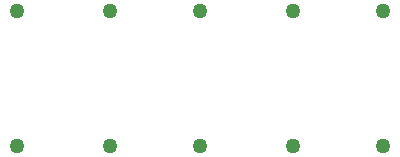
<source format=gtl>
G04 Layer_Physical_Order=1*
G04 Layer_Color=255*
%FSLAX25Y25*%
%MOIN*%
G70*
G01*
G75*
%ADD10C,0.05000*%
D10*
X256000Y226000D02*
D03*
X226000D02*
D03*
X195000D02*
D03*
X165000D02*
D03*
X134000D02*
D03*
X256000Y271000D02*
D03*
X226000D02*
D03*
X195000D02*
D03*
X165000D02*
D03*
X134000D02*
D03*
M02*

</source>
